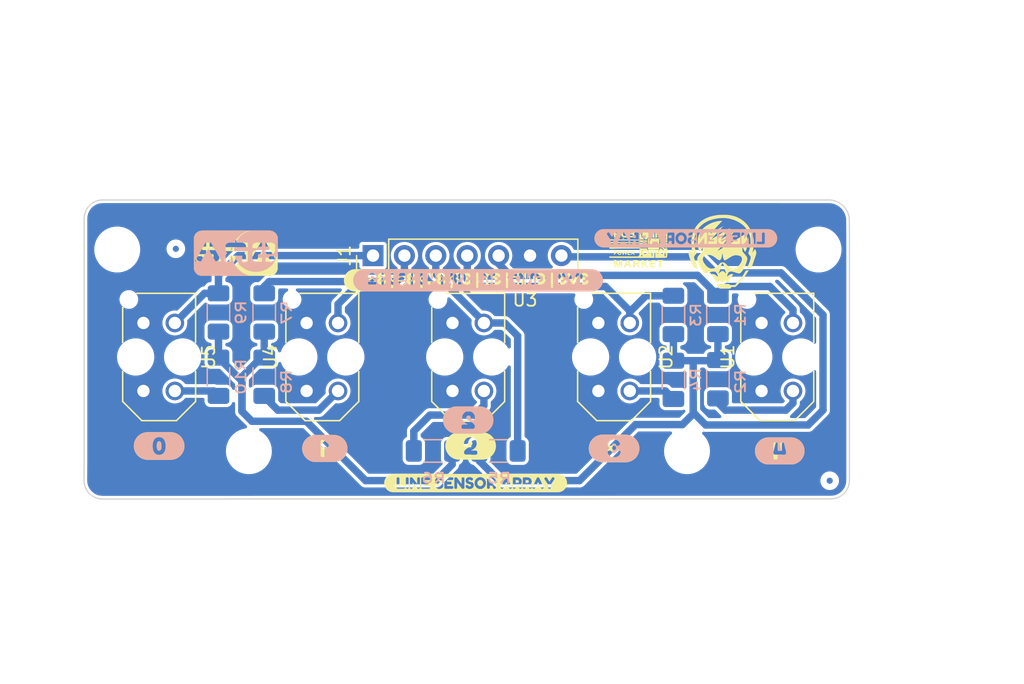
<source format=kicad_pcb>
(kicad_pcb (version 20211014) (generator pcbnew)
  (layers (0 "F.Cu" signal) (31 "B.Cu" signal) (34 "B.Paste" user) (35 "F.Paste" user) (36 "B.SilkS" user "B.Silkscreen") (37 "F.SilkS" user "F.Silkscreen") (38 "B.Mask" user) (39 "F.Mask" user) (44 "Edge.Cuts" user))
  (net 0 "")
  (net 1 "/A4_32")
  (net 2 "+3V3")
  (net 3 "Net-(R2-Pad1)")
  (net 4 "Net-(R4-Pad1)")
  (net 5 "Net-(R6-Pad1)")
  (net 6 "Net-(R8-Pad1)")
  (net 7 "Net-(R10-Pad1)")
  (net 8 "/A3_35")
  (net 9 "/A2_34")
  (net 10 "/A1_39")
  (net 11 "/A0_36")
  (net 12 "GND")
  (footprint "logos:pcb_power_small" (layer "F.Cu") (at 130.1 71.7)
    (fp_text reference "G***" (at 0 0) (layer "F.SilkS") (effects (font (size 0.0254 0.0254) (thickness 0.00635))))
    (fp_text value "LOGO" hide)
  )
  (footprint "MountingHole:MountingHole_3.2mm_M3" (layer "F.Cu") (at 98.46 88.22)
    (fp_text reference "REF**" hide)
    (fp_text value "MountingHole_3.2mm_M3")
    (pad "" np_thru_hole circle locked (at 0 0) (size 3.2 3.2) (drill 3.2) (layers *.Cu *.Mask))
  )
  (footprint "kibuzzard-63708D75" (layer "F.Cu") (at 104.6 88)
    (fp_text reference "kibuzzard-63708D75" hide)
    (fp_text value "G***" hide)
  )
  (footprint "kibuzzard-63708D58" (layer "F.Cu") (at 91.2 87.8)
    (fp_text reference "kibuzzard-63708D58" hide)
    (fp_text value "G***" hide)
  )
  (footprint "MountingHole:MountingHole_3.2mm_M3" (layer "F.Cu") (at 144.54 71.91)
    (fp_text reference "REF**" hide)
    (fp_text value "MountingHole_3.2mm_M3")
    (pad "" np_thru_hole circle locked (at 0 0) (size 3.2 3.2) (drill 3.2) (layers *.Cu *.Mask))
  )
  (footprint "Connector_PinHeader_2.54mm:PinHeader_1x07_P2.54mm_Vertical" (layer "F.Cu") (at 108.5 72.4 90)
    (fp_text reference "J1" (at 0 -2.33 90) (layer "F.SilkS"))
    (fp_text value "Conn_01x07_Male")
    (pad "1" thru_hole rect (at 0 0 90) (size 1.7 1.7) (drill 1) (layers *.Cu *.Mask) (net 1 "/A4_32"))
    (pad "2" thru_hole oval (at 0 2.54 90) (size 1.7 1.7) (drill 1) (layers *.Cu *.Mask) (net 8 "/A3_35"))
    (pad "3" thru_hole oval (at 0 5.08 90) (size 1.7 1.7) (drill 1) (layers *.Cu *.Mask) (net 9 "/A2_34"))
    (pad "4" thru_hole oval (at 0 7.62 90) (size 1.7 1.7) (drill 1) (layers *.Cu *.Mask) (net 10 "/A1_39"))
    (pad "5" thru_hole oval (at 0 10.16 90) (size 1.7 1.7) (drill 1) (layers *.Cu *.Mask) (net 11 "/A0_36"))
    (pad "6" thru_hole oval (at 0 12.7 90) (size 1.7 1.7) (drill 1) (layers *.Cu *.Mask) (net 12 "GND"))
    (pad "7" thru_hole oval (at 0 15.24 90) (size 1.7 1.7) (drill 1) (layers *.Cu *.Mask) (net 2 "+3V3"))
  )
  (footprint "TCRT5000:OPTO_TCRT5000" (layer "F.Cu") (at 91.2 80.6 -90)
    (fp_text reference "U5" (at 0 -4 90) (layer "F.SilkS") (effects (font (size 1.004126 1.004126))))
    (fp_text value "TCRT5000")
    (pad "" np_thru_hole circle locked (at 0 1.9 270) (size 2.5 2.5) (drill 2.5) (layers *.Cu *.Mask))
    (pad "" np_thru_hole circle locked (at -4.65 2.45 270) (size 1 1) (drill 1) (layers *.Cu *.Mask))
    (pad "" np_thru_hole circle locked (at 0 -1.9 270) (size 2.5 2.5) (drill 2.5) (layers *.Cu *.Mask))
    (pad "A" thru_hole circle locked (at 2.75 -1.27 270) (size 1.5 1.5) (drill 1) (layers *.Cu *.Mask) (net 7 "Net-(R10-Pad1)"))
    (pad "CATH" thru_hole circle locked (at 2.75 1.27 270) (size 1.5 1.5) (drill 1) (layers *.Cu *.Mask) (net 12 "GND"))
    (pad "COLL" thru_hole circle locked (at -2.75 -1.27 270) (size 1.5 1.5) (drill 1) (layers *.Cu *.Mask) (net 1 "/A4_32"))
    (pad "E" thru_hole circle locked (at -2.75 1.27 270) (size 1.5 1.5) (drill 1) (layers *.Cu *.Mask) (net 12 "GND"))
  )
  (footprint "TCRT5000:OPTO_TCRT5000" (layer "F.Cu") (at 116.2 80.6 -90)
    (fp_text reference "U3" (at -4.6 -4.6) (layer "F.SilkS") (effects (font (size 1.004126 1.004126))))
    (fp_text value "TCRT5000")
    (pad "" np_thru_hole circle locked (at -4.65 2.45 270) (size 1 1) (drill 1) (layers *.Cu *.Mask))
    (pad "" np_thru_hole circle locked (at 0 -1.9 270) (size 2.5 2.5) (drill 2.5) (layers *.Cu *.Mask))
    (pad "" np_thru_hole circle locked (at 0 1.9 270) (size 2.5 2.5) (drill 2.5) (layers *.Cu *.Mask))
    (pad "A" thru_hole circle locked (at 2.75 -1.27 270) (size 1.5 1.5) (drill 1) (layers *.Cu *.Mask) (net 5 "Net-(R6-Pad1)"))
    (pad "CATH" thru_hole circle locked (at 2.75 1.27 270) (size 1.5 1.5) (drill 1) (layers *.Cu *.Mask) (net 12 "GND"))
    (pad "COLL" thru_hole circle locked (at -2.75 -1.27 270) (size 1.5 1.5) (drill 1) (layers *.Cu *.Mask) (net 9 "/A2_34"))
    (pad "E" thru_hole circle locked (at -2.75 1.27 270) (size 1.5 1.5) (drill 1) (layers *.Cu *.Mask) (net 12 "GND"))
  )
  (footprint "MountingHole:MountingHole_3.2mm_M3" (layer "F.Cu") (at 133.9 88.22)
    (fp_text reference "REF**" hide)
    (fp_text value "MountingHole_3.2mm_M3")
    (pad "" np_thru_hole circle locked (at 0 0) (size 3.2 3.2) (drill 3.2) (layers *.Cu *.Mask))
  )
  (footprint "MountingHole:MountingHole_3.2mm_M3" (layer "F.Cu") (at 87.81 71.91)
    (fp_text reference "REF**" hide)
    (fp_text value "MountingHole_3.2mm_M3")
    (pad "" np_thru_hole circle locked (at 0 0) (size 3.2 3.2) (drill 3.2) (layers *.Cu *.Mask))
  )
  (footprint "TCRT5000:OPTO_TCRT5000" (layer "F.Cu") (at 104.4 80.6 -90)
    (fp_text reference "U4" (at 0 4.2 90) (layer "F.SilkS") (effects (font (size 1.004126 1.004126))))
    (fp_text value "TCRT5000")
    (pad "" np_thru_hole circle locked (at 0 1.9 270) (size 2.5 2.5) (drill 2.5) (layers *.Cu *.Mask))
    (pad "" np_thru_hole circle locked (at -4.65 2.45 270) (size 1 1) (drill 1) (layers *.Cu *.Mask))
    (pad "" np_thru_hole circle locked (at 0 -1.9 270) (size 2.5 2.5) (drill 2.5) (layers *.Cu *.Mask))
    (pad "A" thru_hole circle locked (at 2.75 -1.27 270) (size 1.5 1.5) (drill 1) (layers *.Cu *.Mask) (net 6 "Net-(R8-Pad1)"))
    (pad "CATH" thru_hole circle locked (at 2.75 1.27 270) (size 1.5 1.5) (drill 1) (layers *.Cu *.Mask) (net 12 "GND"))
    (pad "COLL" thru_hole circle locked (at -2.75 -1.27 270) (size 1.5 1.5) (drill 1) (layers *.Cu *.Mask) (net 8 "/A3_35"))
    (pad "E" thru_hole circle locked (at -2.75 1.27 270) (size 1.5 1.5) (drill 1) (layers *.Cu *.Mask) (net 12 "GND"))
  )
  (footprint "logos:sra_skull_small" (layer "F.Cu") (at 136.8 72.1)
    (fp_text reference "G***")
    (fp_text value "LOGO" hide)
  )
  (footprint "kibuzzard-63708D29" (layer "F.Cu") (at 116.8 90.8)
    (fp_text reference "kibuzzard-63708D29" hide)
    (fp_text value "G***" hide)
  )
  (footprint "kibuzzard-63708DAF" (layer "F.Cu") (at 128 88)
    (fp_text reference "kibuzzard-63708DAF" hide)
    (fp_text value "G***" hide)
  )
  (footprint "logos:sra_logo_small" (layer "F.Cu") (at 97.4 72.2)
    (fp_text reference "G***")
    (fp_text value "LOGO" hide)
  )
  (footprint "kibuzzard-63708DBF" (layer "F.Cu") (at 141.4 88.2)
    (fp_text reference "kibuzzard-63708DBF" hide)
    (fp_text value "G***" hide)
  )
  (footprint "kibuzzard-63708D85" (layer "F.Cu") (at 116.4 87.8)
    (fp_text reference "kibuzzard-63708D85" hide)
    (fp_text value "G***" hide)
  )
  (footprint "kibuzzard-63708C00" (layer "F.Cu") (at 116.4 74.4)
    (fp_text reference "kibuzzard-63708C00" hide)
    (fp_text value "G***" hide)
  )
  (footprint "TCRT5000:OPTO_TCRT5000" (layer "F.Cu") (at 128 80.6 -90)
    (fp_text reference "U2" (at 0 -4.2 90) (layer "F.SilkS") (effects (font (size 1.004126 1.004126))))
    (fp_text value "TCRT5000")
    (pad "" np_thru_hole circle locked (at -4.65 2.45 270) (size 1 1) (drill 1) (layers *.Cu *.Mask))
    (pad "" np_thru_hole circle locked (at 0 1.9 270) (size 2.5 2.5) (drill 2.5) (layers *.Cu *.Mask))
    (pad "" np_thru_hole circle locked (at 0 -1.9 270) (size 2.5 2.5) (drill 2.5) (layers *.Cu *.Mask))
    (pad "A" thru_hole circle locked (at 2.75 -1.27 270) (size 1.5 1.5) (drill 1) (layers *.Cu *.Mask) (net 4 "Net-(R4-Pad1)"))
    (pad "CATH" thru_hole circle locked (at 2.75 1.27 270) (size 1.5 1.5) (drill 1) (layers *.Cu *.Mask) (net 12 "GND"))
    (pad "COLL" thru_hole circle locked (at -2.75 -1.27 270) (size 1.5 1.5) (drill 1) (layers *.Cu *.Mask) (net 10 "/A1_39"))
    (pad "E" thru_hole circle locked (at -2.75 1.27 270) (size 1.5 1.5) (drill 1) (layers *.Cu *.Mask) (net 12 "GND"))
  )
  (footprint "TCRT5000:OPTO_TCRT5000" (layer "F.Cu") (at 141.2 80.6 -90)
    (fp_text reference "U1" (at 0 4 90) (layer "F.SilkS") (effects (font (size 1.004126 1.004126))))
    (fp_text value "TCRT5000")
    (pad "" np_thru_hole circle locked (at 0 1.9 270) (size 2.5 2.5) (drill 2.5) (layers *.Cu *.Mask))
    (pad "" np_thru_hole circle locked (at -4.65 2.45 270) (size 1 1) (drill 1) (layers *.Cu *.Mask))
    (pad "" np_thru_hole circle locked (at 0 -1.9 270) (size 2.5 2.5) (drill 2.5) (layers *.Cu *.Mask))
    (pad "A" thru_hole circle locked (at 2.75 -1.27 270) (size 1.5 1.5) (drill 1) (layers *.Cu *.Mask) (net 3 "Net-(R2-Pad1)"))
    (pad "CATH" thru_hole circle locked (at 2.75 1.27 270) (size 1.5 1.5) (drill 1) (layers *.Cu *.Mask) (net 12 "GND"))
    (pad "COLL" thru_hole circle locked (at -2.75 -1.27 270) (size 1.5 1.5) (drill 1) (layers *.Cu *.Mask) (net 11 "/A0_36"))
    (pad "E" thru_hole circle locked (at -2.75 1.27 270) (size 1.5 1.5) (drill 1) (layers *.Cu *.Mask) (net 12 "GND"))
  )
  (footprint "kibuzzard-6394EC2D" (layer "B.Cu") (at 117 74.4 180)
    (fp_text reference "kibuzzard-6394EC2D" hide)
    (fp_text value "G***" hide)
  )
  (footprint "Resistor_SMD:R_1206_3216Metric_Pad1.30x1.75mm_HandSolder" (layer "B.Cu") (at 99.7 77 90)
    (fp_text reference "R7" (at 0 1.82 90) (layer "B.SilkS") (effects (font (size 0.8 1)) (justify mirror)))
    (fp_text value "4.7k")
    (pad "1" smd roundrect (at -1.55 0 90) (size 1.3 1.75) (layers "B.Cu" "B.Paste" "B.Mask") (roundrect_rratio 0.1923076923) (net 2 "+3V3"))
    (pad "2" smd roundrect (at 1.55 0 90) (size 1.3 1.75) (layers "B.Cu" "B.Paste" "B.Mask") (roundrect_rratio 0.1923076923) (net 8 "/A3_35"))
  )
  (footprint "Resistor_SMD:R_1206_3216Metric_Pad1.30x1.75mm_HandSolder" (layer "B.Cu") (at 136.4 82.4 90)
    (fp_text reference "R2" (at -0.2 1.82 90) (layer "B.SilkS") (effects (font (size 0.8 1)) (justify mirror)))
    (fp_text value "150R")
    (pad "1" smd roundrect (at -1.55 0 90) (size 1.3 1.75) (layers "B.Cu" "B.Paste" "B.Mask") (roundrect_rratio 0.1923076923) (net 3 "Net-(R2-Pad1)"))
    (pad "2" smd roundrect (at 1.55 0 90) (size 1.3 1.75) (layers "B.Cu" "B.Paste" "B.Mask") (roundrect_rratio 0.1923076923) (net 2 "+3V3"))
  )
  (footprint "logos:sra_logo_small" (layer "B.Cu") (at 97.4 72.2 180)
    (fp_text reference "G***")
    (fp_text value "LOGO" hide)
  )
  (footprint "kibuzzard-63708D58" (layer "B.Cu") (at 91.2 87.8 180)
    (fp_text reference "kibuzzard-63708D58" hide)
    (fp_text value "G***" hide)
  )
  (footprint "Resistor_SMD:R_1206_3216Metric_Pad1.30x1.75mm_HandSolder" (layer "B.Cu") (at 118.65 88.2)
    (fp_text reference "R5" (at 0.05 2.2) (layer "B.SilkS") (effects (font (size 0.8 1)) (justify mirror)))
    (fp_text value "4.7k")
    (pad "1" smd roundrect (at -1.55 0) (size 1.3 1.75) (layers "B.Cu" "B.Paste" "B.Mask") (roundrect_rratio 0.1923076923) (net 2 "+3V3"))
    (pad "2" smd roundrect (at 1.55 0) (size 1.3 1.75) (layers "B.Cu" "B.Paste" "B.Mask") (roundrect_rratio 0.1923076923) (net 9 "/A2_34"))
  )
  (footprint "Resistor_SMD:R_1206_3216Metric_Pad1.30x1.75mm_HandSolder" (layer "B.Cu") (at 96 77 90)
    (fp_text reference "R9" (at 0 1.82 90) (layer "B.SilkS") (effects (font (size 0.8 1)) (justify mirror)))
    (fp_text value "4.7k")
    (pad "1" smd roundrect (at -1.55 0 90) (size 1.3 1.75) (layers "B.Cu" "B.Paste" "B.Mask") (roundrect_rratio 0.1923076923) (net 2 "+3V3"))
    (pad "2" smd roundrect (at 1.55 0 90) (size 1.3 1.75) (layers "B.Cu" "B.Paste" "B.Mask") (roundrect_rratio 0.1923076923) (net 1 "/A4_32"))
  )
  (footprint "kibuzzard-63708DAF" (layer "B.Cu") (at 128 88 180)
    (fp_text reference "kibuzzard-63708DAF" hide)
    (fp_text value "G***" hide)
  )
  (footprint "kibuzzard-63708D75" (layer "B.Cu") (at 104.6 88 180)
    (fp_text reference "kibuzzard-63708D75" hide)
    (fp_text value "G***" hide)
  )
  (footprint "Fiducial:Fiducial_0.5mm_Mask1.5mm" (layer "B.Cu") (at 145.44 90.61 180)
    (fp_text reference "REF**" hide)
    (fp_text value "Fiducial_0.5mm_Mask1.5mm")
    (pad "" smd circle locked (at 0 0 180) (size 0.5 0.5) (layers "B.Cu" "B.Mask") (clearance 0.5))
  )
  (footprint "kibuzzard-63708DBF" (layer "B.Cu") (at 141.4 88.2 180)
    (fp_text reference "kibuzzard-63708DBF" hide)
    (fp_text value "G***" hide)
  )
  (footprint "Resistor_SMD:R_1206_3216Metric_Pad1.30x1.75mm_HandSolder" (layer "B.Cu") (at 132.8 82.45 90)
    (fp_text reference "R4" (at 0 1.82 90) (layer "B.SilkS") (effects (font (size 0.8 1)) (justify mirror)))
    (fp_text value "150R")
    (pad "1" smd roundrect (at -1.55 0 90) (size 1.3 1.75) (layers "B.Cu" "B.Paste" "B.Mask") (roundrect_rratio 0.1923076923) (net 4 "Net-(R4-Pad1)"))
    (pad "2" smd roundrect (at 1.55 0 90) (size 1.3 1.75) (layers "B.Cu" "B.Paste" "B.Mask") (roundrect_rratio 0.1923076923) (net 2 "+3V3"))
  )
  (footprint "kibuzzard-63708D29" (layer "B.Cu") (at 133.8 71 180)
    (fp_text reference "kibuzzard-63708D29" hide)
    (fp_text value "G***" hide)
  )
  (footprint "kibuzzard-63708D85" (layer "B.Cu") (at 116.2 85.7 180)
    (fp_text reference "kibuzzard-63708D85" hide)
    (fp_text value "G***" hide)
  )
  (footprint "Resistor_SMD:R_1206_3216Metric_Pad1.30x1.75mm_HandSolder" (layer "B.Cu") (at 132.8 77.2 90)
    (fp_text reference "R3" (at 0 1.82 90) (layer "B.SilkS") (effects (font (size 0.8 1)) (justify mirror)))
    (fp_text value "4.7k")
    (pad "1" smd roundrect (at -1.55 0 90) (size 1.3 1.75) (layers "B.Cu" "B.Paste" "B.Mask") (roundrect_rratio 0.1923076923) (net 2 "+3V3"))
    (pad "2" smd roundrect (at 1.55 0 90) (size 1.3 1.75) (layers "B.Cu" "B.Paste" "B.Mask") (roundrect_rratio 0.1923076923) (net 10 "/A1_39"))
  )
  (footprint "Resistor_SMD:R_1206_3216Metric_Pad1.30x1.75mm_HandSolder" (layer "B.Cu") (at 136.4 77.2 90)
    (fp_text reference "R1" (at 0 1.82 90) (layer "B.SilkS") (effects (font (size 0.8 1)) (justify mirror)))
    (fp_text value "4.7k")
    (pad "1" smd roundrect (at -1.55 0 90) (size 1.3 1.75) (layers "B.Cu" "B.Paste" "B.Mask") (roundrect_rratio 0.1923076923) (net 2 "+3V3"))
    (pad "2" smd roundrect (at 1.55 0 90) (size 1.3 1.75) (layers "B.Cu" "B.Paste" "B.Mask") (roundrect_rratio 0.1923076923) (net 11 "/A0_36"))
  )
  (footprint "Resistor_SMD:R_1206_3216Metric_Pad1.30x1.75mm_HandSolder" (layer "B.Cu") (at 99.7 82.2 90)
    (fp_text reference "R8" (at -0.4 1.8 90) (layer "B.SilkS") (effects (font (size 0.8 1)) (justify mirror)))
    (fp_text value "150R")
    (pad "1" smd roundrect (at -1.55 0 90) (size 1.3 1.75) (layers "B.Cu" "B.Paste" "B.Mask") (roundrect_rratio 0.1923076923) (net 6 "Net-(R8-Pad1)"))
    (pad "2" smd roundrect (at 1.55 0 90) (size 1.3 1.75) (layers "B.Cu" "B.Paste" "B.Mask") (roundrect_rratio 0.1923076923) (net 2 "+3V3"))
  )
  (footprint "Resistor_SMD:R_1206_3216Metric_Pad1.30x1.75mm_HandSolder" (layer "B.Cu") (at 113.35 88.2)
    (fp_text reference "R6" (at 0.05 2.2) (layer "B.SilkS") (effects (font (size 0.8 1)) (justify mirror)))
    (fp_text value "150R")
    (pad "1" smd roundrect (at -1.55 0) (size 1.3 1.75) (layers "B.Cu" "B.Paste" "B.Mask") (roundrect_rratio 0.1923076923) (net 5 "Net-(R6-Pad1)"))
    (pad "2" smd roundrect (at 1.55 0) (size 1.3 1.75) (layers "B.Cu" "B.Paste" "B.Mask") (roundrect_rratio 0.1923076923) (net 2 "+3V3"))
  )
  (footprint "Resistor_SMD:R_1206_3216Metric_Pad1.30x1.75mm_HandSolder" (layer "B.Cu") (at 96 82.2 90)
    (fp_text reference "R10" (at 0 1.82 90) (layer "B.SilkS") (effects (font (size 0.8 1)) (justify mirror)))
    (fp_text value "150R")
    (pad "1" smd roundrect (at -1.55 0 90) (size 1.3 1.75) (layers "B.Cu" "B.Paste" "B.Mask") (roundrect_rratio 0.1923076923) (net 7 "Net-(R10-Pad1)"))
    (pad "2" smd roundrect (at 1.55 0 90) (size 1.3 1.75) (layers "B.Cu" "B.Paste" "B.Mask") (roundrect_rratio 0.1923076923) (net 2 "+3V3"))
  )
  (footprint "Fiducial:Fiducial_0.5mm_Mask1.5mm" (layer "B.Cu") (at 92.55 71.85 180)
    (fp_text reference "REF**" hide)
    (fp_text value "Fiducial_0.5mm_Mask1.5mm")
    (pad "" smd circle locked (at 0 0 180) (size 0.5 0.5) (layers "B.Cu" "B.Mask") (clearance 0.5))
  )
  (gr_line (start 147.03934 90.57934) (end 147.03934 70.91066) (layer "Edge.Cuts") (width 0.1))
  (gr_line (start 147.03934 70.91066) (end 147.025 69.40033) (layer "Edge.Cuts") (width 0.1))
  (gr_line (start 86.81 92.09) (end 145.53934 92.07934) (layer "Edge.Cuts") (width 0.1))
  (gr_arc (start 86.625 92.09) (mid 85.56434 91.65066) (end 85.125 90.59) (layer "Edge.Cuts") (width 0.1))
  (gr_line (start 145.36467 67.90033) (end 86.63533 67.89967) (layer "Edge.Cuts") (width 0.1))
  (gr_arc (start 85.13533 69.39967) (mid 85.57467 68.33901) (end 86.63533 67.89967) (layer "Edge.Cuts") (width 0.1))
  (gr_arc (start 147.03934 90.57934) (mid 146.6 91.64) (end 145.53934 92.07934) (layer "Edge.Cuts") (width 0.1))
  (gr_line (start 86.625 92.09) (end 86.81 92.09) (layer "Edge.Cuts") (width 0.1))
  (gr_line (start 85.13533 89.07967) (end 85.125 90.59) (layer "Edge.Cuts") (width 0.1))
  (gr_line (start 85.13533 69.39967) (end 85.13533 89.07967) (layer "Edge.Cuts") (width 0.1))
  (gr_arc (start 145.36467 67.90033) (mid 146.483439 68.330878) (end 147.025 69.40033) (layer "Edge.Cuts") (width 0.1))
  (segment (start 142.525 81.25) (end 142.79 80.985) (width 0.3) (layer "B.Cu") (net 0))
  (segment (start 142.79 80.985) (end 142.455 81.32) (width 0.3) (layer "B.Cu") (net 0))
  (segment (start 108.5 72.4) (end 108.3 72.6) (width 0.6) (layer "F.Cu") (net 1))
  (segment (start 94.87 75.45) (end 92.47 77.85) (width 0.6) (layer "B.Cu") (net 1))
  (segment (start 96 74) (end 96 75.45) (width 0.6) (layer "B.Cu") (net 1))
  (segment (start 97.6 72.4) (end 108.5 72.4) (width 0.6) (layer "B.Cu") (net 1))
  (segment (start 92.47 77.85) (end 92.47 77.43) (width 0.6) (layer "B.Cu") (net 1))
  (segment (start 96 75.45) (end 94.87 75.45) (width 0.6) (layer "B.Cu") (net 1))
  (segment (start 97.6 72.4) (end 96 74) (width 0.6) (layer "B.Cu") (net 1))
  (segment (start 117.1 88.2) (end 117.1 89) (width 0.6) (layer "B.Cu") (net 2))
  (segment (start 99.7 78.55) (end 99.7 80.65) (width 0.6) (layer "B.Cu") (net 2))
  (segment (start 134.4 84.3) (end 134.4 81) (width 0.6) (layer "B.Cu") (net 2))
  (segment (start 123.74 72.4) (end 123.815 72.475) (width 0.6) (layer "B.Cu") (net 2))
  (segment (start 134.4 81) (end 134.5 80.9) (width 0.6) (layer "B.Cu") (net 2))
  (segment (start 114.9 89.3) (end 114.9 88.2) (width 0.6) (layer "B.Cu") (net 2))
  (segment (start 144.900001 77.200001) (end 144.900001 84.899999) (width 0.6) (layer "B.Cu") (net 2))
  (segment (start 123.74 72.4) (end 123.84 72.5) (width 0.6) (layer "B.Cu") (net 2))
  (segment (start 134.4 85.08566) (end 134.4 84.3) (width 0.6) (layer "B.Cu") (net 2))
  (segment (start 129.730001 86.069999) (end 133.530001 86.069999) (width 0.6) (layer "B.Cu") (net 2))
  (segment (start 118.7 90.6) (end 125.2 90.6) (width 0.6) (layer "B.Cu") (net 2))
  (segment (start 134.9 72.5) (end 136.2 73.8) (width 0.6) (layer "B.Cu") (net 2))
  (segment (start 124.14 72) (end 123.74 72.4) (width 0.6) (layer "B.Cu") (net 2))
  (segment (start 117.1 89) (end 118.7 90.6) (width 0.6) (layer "B.Cu") (net 2))
  (segment (start 114.9 88.2) (end 117.1 88.2) (width 0.6) (layer "B.Cu") (net 2))
  (segment (start 97.9 85) (end 97.9 82.55) (width 0.6) (layer "B.Cu") (net 2))
  (segment (start 141.5 73.8) (end 144.900001 77.200001) (width 0.6) (layer "B.Cu") (net 2))
  (segment (start 132.8 78.75) (end 132.8 80.9) (width 0.6) (layer "B.Cu") (net 2))
  (segment (start 123.84 72.5) (end 134.9 72.5) (width 0.6) (layer "B.Cu") (net 2))
  (segment (start 143.7 86.1) (end 135.41434 86.1) (width 0.6) (layer "B.Cu") (net 2))
  (segment (start 99.7 80.65) (end 99.45 80.65) (width 0.6) (layer "B.Cu") (net 2))
  (segment (start 125.2 90.6) (end 129.730001 86.069999) (width 0.6) (layer "B.Cu") (net 2))
  (segment (start 97.9 82.55) (end 96 80.65) (width 0.6) (layer "B.Cu") (net 2))
  (segment (start 113.6 90.6) (end 107.9 90.6) (width 0.6) (layer "B.Cu") (net 2))
  (segment (start 107.9 90.6) (end 103.1 85.8) (width 0.6) (layer "B.Cu") (net 2))
  (segment (start 99.45 80.65) (end 97.9 82.2) (width 0.6) (layer "B.Cu") (net 2))
  (segment (start 97.9 82.2) (end 97.9 84.9) (width 0.6) (layer "B.Cu") (net 2))
  (segment (start 98.7 85.8) (end 97.9 85) (width 0.6) (layer "B.Cu") (net 2))
  (segment (start 96 78.55) (end 96 80.65) (width 0.6) (layer "B.Cu") (net 2))
  (segment (start 133.530001 86.069999) (end 134.4 85.2) (width 0.6) (layer "B.Cu") (net 2))
  (segment (start 136.4 80.85) (end 136.35 80.9) (width 0.6) (layer "B.Cu") (net 2))
  (segment (start 132.8 80.9) (end 134.5 80.9) (width 0.6) (layer "B.Cu") (net 2))
  (segment (start 136.4 80.85) (end 136.4 78.75) (width 0.6) (layer "B.Cu") (net 2))
  (segment (start 144.900001 84.899999) (end 143.7 86.1) (width 0.6) (layer "B.Cu") (net 2))
  (segment (start 134.4 85.2) (end 134.4 84.3) (width 0.6) (layer "B.Cu") (net 2))
  (segment (start 135.41434 86.1) (end 134.4 85.08566) (width 0.6) (layer "B.Cu") (net 2))
  (segment (start 103.1 85.8) (end 98.7 85.8) (width 0.6) (layer "B.Cu") (net 2))
  (segment (start 136.2 73.8) (end 141.5 73.8) (width 0.6) (layer "B.Cu") (net 2))
  (segment (start 136.35 80.9) (end 134.5 80.9) (width 0.6) (layer "B.Cu") (net 2))
  (segment (start 113.6 90.6) (end 114.9 89.3) (width 0.6) (layer "B.Cu") (net 2))
  (segment (start 136.4 83.95) (end 136.4 84.3) (width 0.6) (layer "B.Cu") (net 3))
  (segment (start 137 84.9) (end 141.9 84.9) (width 0.6) (layer "B.Cu") (net 3))
  (segment (start 141.9 84.9) (end 142.47 84.33) (width 0.6) (layer "B.Cu") (net 3))
  (segment (start 136.4 84.3) (end 137 84.9) (width 0.6) (layer "B.Cu") (net 3))
  (segment (start 142.47 84.33) (end 142.47 83.35) (width 0.6) (layer "B.Cu") (net 3))
  (segment (start 129.27 83.35) (end 132.15 83.35) (width 0.6) (layer "B.Cu") (net 4))
  (segment (start 132.15 83.35) (end 132.8 84) (width 0.6) (layer "B.Cu") (net 4))
  (segment (start 116.7 85.3) (end 117.47 84.53) (width 0.6) (layer "B.Cu") (net 5))
  (segment (start 111.9 88.3) (end 111.8 88.2) (width 0.6) (layer "B.Cu") (net 5))
  (segment (start 117.47 84.53) (end 117.47 83.35) (width 0.6) (layer "B.Cu") (net 5))
  (segment (start 111.8 88.2) (end 111.8 86.6) (width 0.6) (layer "B.Cu") (net 5))
  (segment (start 113.1 85.3) (end 116.7 85.3) (width 0.6) (layer "B.Cu") (net 5))
  (segment (start 111.8 86.6) (end 113.1 85.3) (width 0.6) (layer "B.Cu") (net 5))
  (segment (start 99.7 83.75) (end 99.7 83.8) (width 0.6) (layer "B.Cu") (net 6))
  (segment (start 99.7 83.8) (end 100.8 84.9) (width 0.6) (layer "B.Cu") (net 6))
  (segment (start 100.8 84.9) (end 104.12 84.9) (width 0.6) (layer "B.Cu") (net 6))
  (segment (start 104.12 84.9) (end 105.67 83.35) (width 0.6) (layer "B.Cu") (net 6))
  (segment (start 92.47 83.35) (end 95.6 83.35) (width 0.6) (layer "B.Cu") (net 7))
  (segment (start 95.6 83.35) (end 96 83.75) (width 0.6) (layer "B.Cu") (net 7))
  (segment (start 111.04 72.4) (end 111.115 72.475) (width 0.6) (layer "F.Cu") (net 8))
  (segment (start 99.7 74.9) (end 100.1 74.5) (width 0.6) (layer "B.Cu") (net 8))
  (segment (start 110.4 74.5) (end 111.04 73.86) (width 0.6) (layer "B.Cu") (net 8))
  (segment (start 105.67 77.85) (end 105.67 76.33) (width 0.6) (layer "B.Cu") (net 8))
  (segment (start 105.67 76.33) (end 107.5 74.5) (width 0.6) (layer "B.Cu") (net 8))
  (segment (start 99.7 75.45) (end 99.7 74.9) (width 0.6) (layer "B.Cu") (net 8))
  (segment (start 107.5 74.5) (end 110.4 74.5) (width 0.6) (layer "B.Cu") (net 8))
  (segment (start 111.04 73.86) (end 111.04 72.4) (width 0.6) (layer "B.Cu") (net 8))
  (segment (start 100.1 74.5) (end 107.5 74.5) (width 0.6) (layer "B.Cu") (net 8))
  (segment (start 113.58 73.88) (end 117.47 77.77) (width 0.6) (layer "B.Cu") (net 9))
  (segment (start 120.2 78.9) (end 120.2 88.2) (width 0.6) (layer "B.Cu") (net 9))
  (segment (start 113.58 72.4) (end 113.58 73.88) (width 0.6) (layer "B.Cu") (net 9))
  (segment (start 119.15 77.85) (end 120.2 78.9) (width 0.6) (layer "B.Cu") (net 9))
  (segment (start 117.47 77.77) (end 117.47 77.85) (width 0.6) (layer "B.Cu") (net 9))
  (segment (start 117.47 77.85) (end 119.15 77.85) (width 0.6) (layer "B.Cu") (net 9))
  (segment (start 130.575 75.65) (end 132.8 75.65) (width 0.6) (layer "B.Cu") (net 10))
  (segment (start 129.27 77.85) (end 129.27 76.955) (width 0.6) (layer "B.Cu") (net 10))
  (segment (start 129.27 76.955) (end 130.575 75.65) (width 0.6) (layer "B.Cu") (net 10))
  (segment (start 116.12 74.32) (end 116.12 72.4) (width 0.6) (layer "B.Cu") (net 10))
  (segment (start 116.699999 74.899999) (end 116.12 74.32) (width 0.6) (layer "B.Cu") (net 10))
  (segment (start 129.27 77.85) (end 129.27 76.87) (width 0.6) (layer "B.Cu") (net 10))
  (segment (start 127.299999 74.899999) (end 116.699999 74.899999) (width 0.6) (layer "B.Cu") (net 10))
  (segment (start 129.27 76.87) (end 127.299999 74.899999) (width 0.6) (layer "B.Cu") (net 10))
  (segment (start 118.66 72.4) (end 118.66 72.46) (width 0.6) (layer "F.Cu") (net 11))
  (segment (start 137.15 74.9) (end 136.4 75.65) (width 0.6) (layer "B.Cu") (net 11))
  (segment (start 142.47 77.85) (end 142.47 76.77) (width 0.6) (layer "B.Cu") (net 11))
  (segment (start 140.6 74.9) (end 137.15 74.9) (width 0.6) (layer "B.Cu") (net 11))
  (segment (start 136.4 75.65) (end 134.75 74) (width 0.6) (layer "B.Cu") (net 11))
  (segment (start 118.66 73.06) (end 118.66 72.4) (width 0.6) (layer "B.Cu") (net 11))
  (segment (start 119.6 74) (end 118.66 73.06) (width 0.6) (layer "B.Cu") (net 11))
  (segment (start 142.47 76.77) (end 140.6 74.9) (width 0.6) (layer "B.Cu") (net 11))
  (segment (start 134.75 74) (end 119.6 74) (width 0.6) (layer "B.Cu") (net 11))
  (segment (start 102.73 83.75) (end 103.13 83.35) (width 0.6) (layer "B.Cu") (net 12))
  (zone (net 12) (net_name "GND") (layer "B.Cu") (connect_pads yes (clearance 0.254)) (min_thickness 0.254) (fill yes (thermal_gap 0.508) (thermal_bridge_width 0.508))
    (polygon (pts (xy 147.01999 92.069608) (xy 85.300556 92.100015) (xy 85.1 67.9) (xy 147.075 67.9)))
  )
)
</source>
